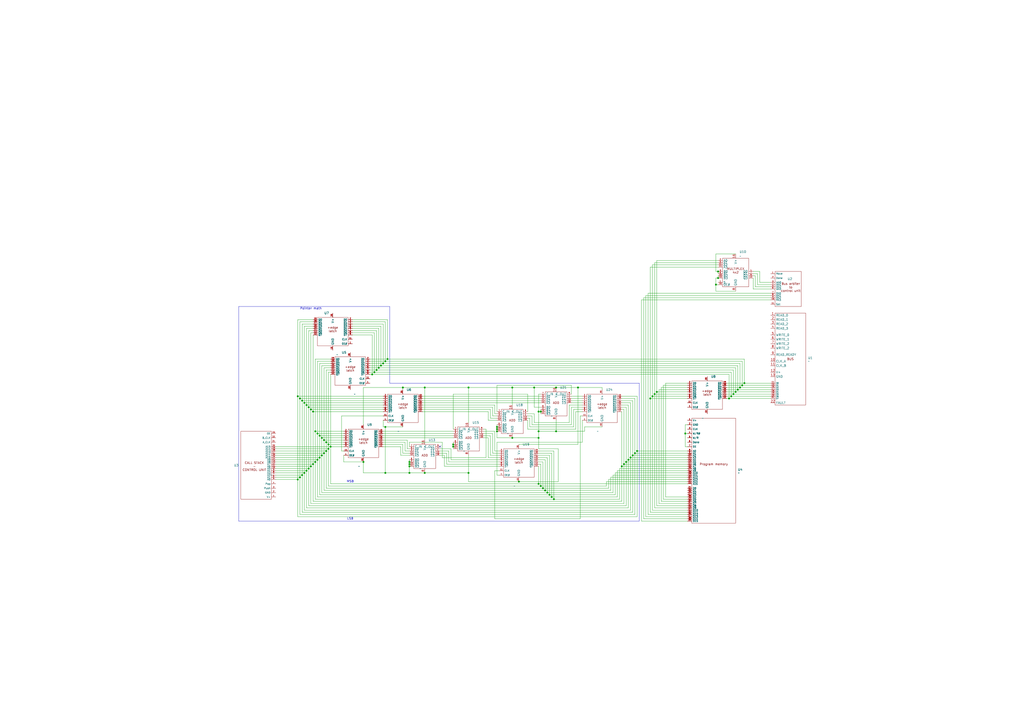
<source format=kicad_sch>
(kicad_sch (version 20231120) (generator "eeschema") (generator_version "8.0")
  (paper "A2")
  (lib_symbols
    (symbol "custom_symbol_lib:2x4_bit_multiplexer"
      (property "Reference" "U" (at 0 -1.27 0))
      (symbol "2x4_bit_multiplexer_0_1"
        (rectangle (start -7.62 8.89) (end 7.62 -7.62))
      )
      (symbol "2x4_bit_multiplexer_1_1"
        (text "MULTIPLEX\n4x2" (at 0 1.778 0) (effects (font (size 1.27 1.27))))
        (pin input line (at -10.16 -5.08 0) (length 2.54) (name "S") (number "1"))
        (pin input line (at -10.16 -1.27 0) (length 2.54) (name "B2") (number "10"))
        (pin input line (at -10.16 5.08 0) (length 2.54) (name "A2") (number "11"))
        (pin output line (at 10.16 -2.54 180) (length 2.54) (name "Q3") (number "12"))
        (pin input line (at -10.16 -2.54 0) (length 2.54) (name "B3") (number "13"))
        (pin input line (at -10.16 3.81 0) (length 2.54) (name "A3") (number "14"))
        (pin input line (at -10.16 -6.35 0) (length 2.54) (name "OE#") (number "15"))
        (pin power_in line (at 0 11.43 270) (length 2.54) (name "V+") (number "16"))
        (pin input line (at -10.16 7.62 0) (length 2.54) (name "A0") (number "2"))
        (pin input line (at -10.16 1.27 0) (length 2.54) (name "B0") (number "3"))
        (pin output line (at 10.16 1.27 180) (length 2.54) (name "Q0") (number "4"))
        (pin input line (at -10.16 6.35 0) (length 2.54) (name "A1") (number "5"))
        (pin input line (at -10.16 0 0) (length 2.54) (name "B1") (number "6"))
        (pin output line (at 10.16 0 180) (length 2.54) (name "Q1") (number "7"))
        (pin power_in line (at 0 -10.16 90) (length 2.54) (name "GND") (number "8"))
        (pin output line (at 10.16 -1.27 180) (length 2.54) (name "Q2") (number "9"))
      )
    )
    (symbol "custom_symbol_lib:4bit_adder"
      (property "Reference" "U" (at -2.794 4.064 0))
      (symbol "4bit_adder_0_1"
        (rectangle (start -8.89 12.7) (end 3.81 -1.27))
      )
      (symbol "4bit_adder_1_1"
        (text "ADD" (at -2.54 6.35 0) (effects (font (size 1.27 1.27))))
        (pin output line (at 6.35 8.89 180) (length 2.54) (name "Σ1") (number "1"))
        (pin output line (at 6.35 6.35 180) (length 2.54) (name "Σ3") (number "10"))
        (pin input line (at -11.43 0 0) (length 2.54) (name "B3") (number "11"))
        (pin input line (at -11.43 6.35 0) (length 2.54) (name "A3") (number "12"))
        (pin output line (at 6.35 7.62 180) (length 2.54) (name "Σ2") (number "13"))
        (pin input line (at -11.43 7.62 0) (length 2.54) (name "A2") (number "14"))
        (pin input line (at -11.43 1.27 0) (length 2.54) (name "B2") (number "15"))
        (pin power_in line (at -2.54 15.24 270) (length 2.54) (name "V+") (number "16"))
        (pin input line (at -11.43 2.54 0) (length 2.54) (name "B1") (number "2"))
        (pin input line (at -11.43 8.89 0) (length 2.54) (name "A1") (number "3"))
        (pin output line (at 6.35 10.16 180) (length 2.54) (name "Σ0") (number "4"))
        (pin input line (at -11.43 10.16 0) (length 2.54) (name "A0") (number "5"))
        (pin input line (at -11.43 3.81 0) (length 2.54) (name "B0") (number "6"))
        (pin input line (at -11.43 11.43 0) (length 2.54) (name "C_IN") (number "7"))
        (pin power_in line (at -2.54 -3.81 90) (length 2.54) (name "GND") (number "8"))
        (pin output line (at 6.35 11.43 180) (length 2.54) (name "C_OUT") (number "9"))
      )
    )
    (symbol "custom_symbol_lib:bus_arbiter_control_unit_connection"
      (property "Reference" "U" (at -1.016 4.572 0))
      (symbol "bus_arbiter_control_unit_connection_0_1"
        (rectangle (start -7.62 8.89) (end 7.62 -11.43))
      )
      (symbol "bus_arbiter_control_unit_connection_1_1"
        (text "Bus arbiter\nto\ncontrol unit" (at -1.524 -0.254 0) (effects (font (size 1.27 1.27))))
        (pin bidirectional line (at 10.16 7.62 180) (length 2.54) (name "Move") (number "1"))
        (pin bidirectional line (at 10.16 -7.62 180) (length 2.54) (name "RA3") (number "10"))
        (pin bidirectional line (at 10.16 -10.16 180) (length 2.54) (name "Set") (number "11"))
        (pin bidirectional line (at 10.16 5.08 180) (length 2.54) (name "Done") (number "2"))
        (pin bidirectional line (at 10.16 2.54 180) (length 2.54) (name "WA0") (number "3"))
        (pin bidirectional line (at 10.16 1.27 180) (length 2.54) (name "WA1") (number "4"))
        (pin bidirectional line (at 10.16 0 180) (length 2.54) (name "WA2") (number "5"))
        (pin bidirectional line (at 10.16 -1.27 180) (length 2.54) (name "WA3") (number "6"))
        (pin bidirectional line (at 10.16 -3.81 180) (length 2.54) (name "RA0") (number "7"))
        (pin bidirectional line (at 10.16 -5.08 180) (length 2.54) (name "RA1") (number "8"))
        (pin bidirectional line (at 10.16 -6.35 180) (length 2.54) (name "RA2") (number "9"))
      )
    )
    (symbol "custom_symbol_lib:bus_edge_connector"
      (property "Reference" "U" (at 0 -1.27 0))
      (symbol "bus_edge_connector_0_1"
        (rectangle (start -8.89 27.94) (end 8.89 -25.4))
      )
      (symbol "bus_edge_connector_1_1"
        (text "BUS" (at 0 1.27 0) (effects (font (size 1.27 1.27))))
        (pin bidirectional line (at -11.43 26.67 0) (length 2.54) (name "READ_0") (number "1"))
        (pin bidirectional line (at -11.43 0 0) (length 2.54) (name "CLK_A") (number "10"))
        (pin bidirectional line (at -11.43 -2.54 0) (length 2.54) (name "CLK_B") (number "11"))
        (pin power_out line (at -11.43 -6.35 0) (length 2.54) (name "V+") (number "12"))
        (pin power_out line (at -11.43 -8.89 0) (length 2.54) (name "GND") (number "13"))
        (pin bidirectional line (at -11.43 -12.7 0) (length 2.54) (name "D0") (number "14"))
        (pin bidirectional line (at -11.43 -13.97 0) (length 2.54) (name "D1") (number "15"))
        (pin bidirectional line (at -11.43 -15.24 0) (length 2.54) (name "D2") (number "16"))
        (pin bidirectional line (at -11.43 -16.51 0) (length 2.54) (name "D3") (number "17"))
        (pin bidirectional line (at -11.43 -17.78 0) (length 2.54) (name "D4") (number "18"))
        (pin bidirectional line (at -11.43 -19.05 0) (length 2.54) (name "D5") (number "19"))
        (pin bidirectional line (at -11.43 24.13 0) (length 2.54) (name "READ_1") (number "2"))
        (pin bidirectional line (at -11.43 -20.32 0) (length 2.54) (name "D6") (number "20"))
        (pin bidirectional line (at -11.43 -21.59 0) (length 2.54) (name "D7") (number "21"))
        (pin bidirectional line (at -11.43 -24.13 0) (length 2.54) (name "FAULT") (number "22"))
        (pin bidirectional line (at -11.43 21.59 0) (length 2.54) (name "READ_2") (number "3"))
        (pin bidirectional line (at -11.43 19.05 0) (length 2.54) (name "READ_3") (number "4"))
        (pin bidirectional line (at -11.43 15.24 0) (length 2.54) (name "WRITE_0") (number "5"))
        (pin bidirectional line (at -11.43 12.7 0) (length 2.54) (name "WRITE_1") (number "6"))
        (pin bidirectional line (at -11.43 10.16 0) (length 2.54) (name "WRITE_2") (number "7"))
        (pin bidirectional line (at -11.43 7.62 0) (length 2.54) (name "WRITE_2") (number "8"))
        (pin bidirectional line (at -11.43 3.81 0) (length 2.54) (name "READ_READY") (number "9"))
      )
    )
    (symbol "custom_symbol_lib:control_unit_to_call_stack"
      (property "Reference" "U" (at 1.016 -4.572 0))
      (symbol "control_unit_to_call_stack_0_1"
        (rectangle (start -8.89 19.05) (end 8.89 -20.32))
      )
      (symbol "control_unit_to_call_stack_1_1"
        (text "CALL STACK\n-\nCONTROL UNIT" (at 1.016 0 0) (effects (font (size 1.27 1.27))))
        (pin bidirectional line (at -11.43 17.78 0) (length 2.54) (name "V+") (number "1"))
        (pin bidirectional line (at -11.43 1.27 0) (length 2.54) (name "A5") (number "10"))
        (pin bidirectional line (at -11.43 0 0) (length 2.54) (name "A6") (number "11"))
        (pin bidirectional line (at -11.43 -1.27 0) (length 2.54) (name "A7") (number "12"))
        (pin bidirectional line (at -11.43 -2.54 0) (length 2.54) (name "A8") (number "13"))
        (pin bidirectional line (at -11.43 -3.81 0) (length 2.54) (name "A9") (number "14"))
        (pin bidirectional line (at -11.43 -5.08 0) (length 2.54) (name "A10") (number "15"))
        (pin bidirectional line (at -11.43 -6.35 0) (length 2.54) (name "A11") (number "16"))
        (pin bidirectional line (at -11.43 -7.62 0) (length 2.54) (name "A12") (number "17"))
        (pin bidirectional line (at -11.43 -8.89 0) (length 2.54) (name "A13") (number "18"))
        (pin bidirectional line (at -11.43 -10.16 0) (length 2.54) (name "A14") (number "19"))
        (pin bidirectional line (at -11.43 15.24 0) (length 2.54) (name "GND") (number "2"))
        (pin bidirectional line (at -11.43 -11.43 0) (length 2.54) (name "A15") (number "20"))
        (pin bidirectional line (at -11.43 -13.97 0) (length 2.54) (name "A_CLK") (number "21"))
        (pin bidirectional line (at -11.43 -16.51 0) (length 2.54) (name "B_CLK") (number "22"))
        (pin bidirectional line (at -11.43 -19.05 0) (length 2.54) (name "OE") (number "23"))
        (pin bidirectional line (at -11.43 12.7 0) (length 2.54) (name "Push") (number "3"))
        (pin bidirectional line (at -11.43 10.16 0) (length 2.54) (name "Pop") (number "4"))
        (pin bidirectional line (at -11.43 7.62 0) (length 2.54) (name "A0") (number "5"))
        (pin bidirectional line (at -11.43 6.35 0) (length 2.54) (name "A1") (number "6"))
        (pin bidirectional line (at -11.43 5.08 0) (length 2.54) (name "A2") (number "7"))
        (pin bidirectional line (at -11.43 3.81 0) (length 2.54) (name "A3") (number "8"))
        (pin bidirectional line (at -11.43 2.54 0) (length 2.54) (name "A4") (number "9"))
      )
    )
    (symbol "custom_symbol_lib:prog_mem_interface"
      (property "Reference" "U" (at 0 -3.556 0))
      (symbol "prog_mem_interface_0_1"
        (rectangle (start -12.7 30.48) (end 12.7 -30.48))
      )
      (symbol "prog_mem_interface_1_1"
        (text "Program memory" (at 0 3.81 0) (effects (font (size 1.27 1.27))))
        (pin bidirectional line (at -15.24 29.21 0) (length 2.54) (name "V+") (number "1"))
        (pin bidirectional line (at -15.24 8.89 0) (length 2.54) (name "A2") (number "10"))
        (pin bidirectional line (at -15.24 7.62 0) (length 2.54) (name "A3") (number "11"))
        (pin bidirectional line (at -15.24 6.35 0) (length 2.54) (name "A4") (number "12"))
        (pin bidirectional line (at -15.24 5.08 0) (length 2.54) (name "A5") (number "13"))
        (pin bidirectional line (at -15.24 3.81 0) (length 2.54) (name "A6") (number "14"))
        (pin bidirectional line (at -15.24 2.54 0) (length 2.54) (name "A7") (number "15"))
        (pin bidirectional line (at -15.24 1.27 0) (length 2.54) (name "A8") (number "16"))
        (pin bidirectional line (at -15.24 0 0) (length 2.54) (name "A9") (number "17"))
        (pin bidirectional line (at -15.24 -1.27 0) (length 2.54) (name "A10") (number "18"))
        (pin bidirectional line (at -15.24 -2.54 0) (length 2.54) (name "A11") (number "19"))
        (pin bidirectional line (at -15.24 26.67 0) (length 2.54) (name "GND") (number "2"))
        (pin bidirectional line (at -15.24 -3.81 0) (length 2.54) (name "A12") (number "20"))
        (pin bidirectional line (at -15.24 -5.08 0) (length 2.54) (name "A13") (number "21"))
        (pin bidirectional line (at -15.24 -6.35 0) (length 2.54) (name "A14") (number "22"))
        (pin bidirectional line (at -15.24 -7.62 0) (length 2.54) (name "A15") (number "23"))
        (pin bidirectional line (at -15.24 -10.16 0) (length 2.54) (name "D0") (number "24"))
        (pin bidirectional line (at -15.24 -11.43 0) (length 2.54) (name "D1") (number "25"))
        (pin bidirectional line (at -15.24 -12.7 0) (length 2.54) (name "D2") (number "26"))
        (pin bidirectional line (at -15.24 -13.97 0) (length 2.54) (name "D3") (number "27"))
        (pin bidirectional line (at -15.24 -15.24 0) (length 2.54) (name "D4") (number "28"))
        (pin bidirectional line (at -15.24 -16.51 0) (length 2.54) (name "D5") (number "29"))
        (pin bidirectional line (at -15.24 24.13 0) (length 2.54) (name "CLK") (number "3"))
        (pin bidirectional line (at -15.24 -17.78 0) (length 2.54) (name "D6") (number "30"))
        (pin bidirectional line (at -15.24 -19.05 0) (length 2.54) (name "D7") (number "31"))
        (pin bidirectional line (at -15.24 -20.32 0) (length 2.54) (name "D8") (number "32"))
        (pin bidirectional line (at -15.24 -21.59 0) (length 2.54) (name "D9") (number "33"))
        (pin bidirectional line (at -15.24 -22.86 0) (length 2.54) (name "D10") (number "34"))
        (pin bidirectional line (at -15.24 -24.13 0) (length 2.54) (name "D11") (number "35"))
        (pin bidirectional line (at -15.24 -25.4 0) (length 2.54) (name "D12") (number "36"))
        (pin bidirectional line (at -15.24 -26.67 0) (length 2.54) (name "D13") (number "37"))
        (pin bidirectional line (at -15.24 -27.94 0) (length 2.54) (name "D14") (number "38"))
        (pin bidirectional line (at -15.24 -29.21 0) (length 2.54) (name "D15") (number "39"))
        (pin bidirectional line (at -15.24 21.59 0) (length 2.54) (name "W/R#") (number "4"))
        (pin bidirectional line (at -15.24 19.05 0) (length 2.54) (name "W/R") (number "5"))
        (pin bidirectional line (at -15.24 16.51 0) (length 2.54) (name "Done") (number "6"))
        (pin bidirectional line (at -15.24 13.97 0) (length 2.54) (name "OE") (number "7"))
        (pin bidirectional line (at -15.24 11.43 0) (length 2.54) (name "A0") (number "8"))
        (pin bidirectional line (at -15.24 10.16 0) (length 2.54) (name "A1") (number "9"))
      )
    )
    (symbol "custom_symbol_lib:rising_edge_8_bit_latch"
      (property "Reference" "U" (at 0 -1.016 0))
      (symbol "rising_edge_8_bit_latch_0_1"
        (rectangle (start -8.89 8.89) (end 8.89 -7.62))
      )
      (symbol "rising_edge_8_bit_latch_1_1"
        (text "+edge\nlatch" (at 0 2.032 0) (effects (font (size 1.27 1.27))))
        (pin input line (at -11.43 -6.35 0) (length 2.54) (name "OE#") (number "1"))
        (pin power_in line (at 0 -10.16 90) (length 2.54) (name "GND") (number "10"))
        (pin input line (at -11.43 -3.81 0) (length 2.54) (name "CLK") (number "11"))
        (pin output line (at 11.43 -1.27 180) (length 2.54) (name "Q7") (number "12"))
        (pin output line (at 11.43 0 180) (length 2.54) (name "Q6") (number "13"))
        (pin output line (at 11.43 1.27 180) (length 2.54) (name "Q5") (number "14"))
        (pin output line (at 11.43 2.54 180) (length 2.54) (name "Q4") (number "15"))
        (pin output line (at 11.43 3.81 180) (length 2.54) (name "Q3") (number "16"))
        (pin output line (at 11.43 5.08 180) (length 2.54) (name "Q2") (number "17"))
        (pin output line (at 11.43 6.35 180) (length 2.54) (name "Q1") (number "18"))
        (pin output line (at 11.43 7.62 180) (length 2.54) (name "Q0") (number "19"))
        (pin input line (at -11.43 7.62 0) (length 2.54) (name "D0") (number "2"))
        (pin power_in line (at 0 11.43 270) (length 2.54) (name "V+") (number "20"))
        (pin input line (at -11.43 6.35 0) (length 2.54) (name "D1") (number "3"))
        (pin input line (at -11.43 5.08 0) (length 2.54) (name "D2") (number "4"))
        (pin input line (at -11.43 3.81 0) (length 2.54) (name "D3") (number "5"))
        (pin input line (at -11.43 2.54 0) (length 2.54) (name "D4") (number "6"))
        (pin input line (at -11.43 1.27 0) (length 2.54) (name "D5") (number "7"))
        (pin input line (at -11.43 0 0) (length 2.54) (name "D6") (number "8"))
        (pin input line (at -11.43 -1.27 0) (length 2.54) (name "D7") (number "9"))
      )
    )
  )
  (junction (at 426.72 227.33))
  (junction (at 172.72 229.87))
  (junction (at 177.8 273.05))
  (junction (at 297.18 224.79))
  (junction (at 314.96 283.21))
  (junction (at 176.53 274.32))
  (junction (at 422.91 231.14))
  (junction (at 313.69 238.76))
  (junction (at 271.78 274.32))
  (junction (at 416.56 161.29))
  (junction (at 233.68 224.79))
  (junction (at 300.99 279.4))
  (junction (at 368.3 262.89))
  (junction (at 430.53 223.52))
  (junction (at 186.69 254))
  (junction (at 262.89 259.08))
  (junction (at 369.57 261.62))
  (junction (at 176.53 233.68))
  (junction (at 363.22 267.97))
  (junction (at 189.23 256.54))
  (junction (at 190.5 260.35))
  (junction (at 312.42 254))
  (junction (at 335.28 224.79))
  (junction (at 210.82 267.97))
  (junction (at 365.76 265.43))
  (junction (at 189.23 261.62))
  (junction (at 318.77 287.02))
  (junction (at 424.18 229.87))
  (junction (at 312.42 238.76))
  (junction (at 185.42 252.73))
  (junction (at 262.89 257.81))
  (junction (at 187.96 262.89))
  (junction (at 377.19 231.14))
  (junction (at 288.29 248.92))
  (junction (at 180.34 237.49))
  (junction (at 309.88 224.79))
  (junction (at 175.26 232.41))
  (junction (at 191.77 259.08))
  (junction (at 237.49 267.97))
  (junction (at 215.9 217.17))
  (junction (at 297.18 254))
  (junction (at 179.07 236.22))
  (junction (at 320.04 288.29))
  (junction (at 425.45 228.6))
  (junction (at 237.49 269.24))
  (junction (at 397.51 251.46))
  (junction (at 427.99 226.06))
  (junction (at 415.29 165.1))
  (junction (at 180.34 270.51))
  (junction (at 288.29 250.19))
  (junction (at 223.52 247.65))
  (junction (at 181.61 238.76))
  (junction (at 313.69 281.94))
  (junction (at 218.44 214.63))
  (junction (at 187.96 255.27))
  (junction (at 179.07 271.78))
  (junction (at 429.26 224.79))
  (junction (at 220.98 212.09))
  (junction (at 175.26 275.59))
  (junction (at 182.88 250.19))
  (junction (at 378.46 229.87))
  (junction (at 237.49 270.51))
  (junction (at 364.49 266.7))
  (junction (at 317.5 285.75))
  (junction (at 185.42 265.43))
  (junction (at 184.15 266.7))
  (junction (at 316.23 284.48))
  (junction (at 246.38 274.32))
  (junction (at 312.42 280.67))
  (junction (at 177.8 234.95))
  (junction (at 219.71 213.36))
  (junction (at 322.58 224.79))
  (junction (at 190.5 257.81))
  (junction (at 321.31 289.56))
  (junction (at 184.15 251.46))
  (junction (at 173.99 231.14))
  (junction (at 182.88 267.97))
  (junction (at 431.8 222.25))
  (junction (at 173.99 276.86))
  (junction (at 381 227.33))
  (junction (at 172.72 278.13))
  (junction (at 223.52 209.55))
  (junction (at 379.73 228.6))
  (junction (at 223.52 274.32))
  (junction (at 222.25 210.82))
  (junction (at 322.58 250.19))
  (junction (at 361.95 269.24))
  (junction (at 367.03 264.16))
  (junction (at 271.78 224.79))
  (junction (at 217.17 215.9))
  (junction (at 416.56 157.48))
  (junction (at 237.49 274.32))
  (junction (at 288.29 247.65))
  (junction (at 360.68 270.51))
  (junction (at 181.61 269.24))
  (junction (at 312.42 250.19))
  (junction (at 246.38 224.79))
  (junction (at 186.69 264.16))
  (junction (at 224.79 208.28))
  (no_connect (at 255.27 259.08))
  (wire (pts (xy 377.19 297.18) (xy 398.78 297.18)))
  (wire (pts (xy 398.78 293.37) (xy 381 293.37)))
  (wire (pts (xy 215.9 217.17) (xy 422.91 217.17)))
  (wire (pts (xy 384.81 289.56) (xy 398.78 289.56)))
  (wire (pts (xy 285.75 251.46) (xy 285.75 262.89)))
  (polyline (pts (xy 226.06 222.25) (xy 226.06 177.8)))
  (wire (pts (xy 215.9 194.31) (xy 215.9 217.17)))
  (wire (pts (xy 398.78 278.13) (xy 353.06 278.13)))
  (wire (pts (xy 180.34 270.51) (xy 180.34 292.1)))
  (wire (pts (xy 184.15 251.46) (xy 199.39 251.46)))
  (wire (pts (xy 160.02 273.05) (xy 177.8 273.05)))
  (wire (pts (xy 421.64 228.6) (xy 425.45 228.6)))
  (wire (pts (xy 172.72 278.13) (xy 172.72 299.72)))
  (wire (pts (xy 374.65 299.72) (xy 398.78 299.72)))
  (wire (pts (xy 182.88 289.56) (xy 321.31 289.56)))
  (wire (pts (xy 334.01 238.76) (xy 337.82 238.76)))
  (wire (pts (xy 288.29 247.65) (xy 288.29 248.92)))
  (wire (pts (xy 222.25 236.22) (xy 179.07 236.22)))
  (wire (pts (xy 398.78 295.91) (xy 378.46 295.91)))
  (wire (pts (xy 439.42 158.75) (xy 439.42 165.1)))
  (wire (pts (xy 351.79 281.94) (xy 313.69 281.94)))
  (wire (pts (xy 297.18 254) (xy 312.42 254)))
  (wire (pts (xy 185.42 210.82) (xy 185.42 252.73)))
  (wire (pts (xy 422.91 231.14) (xy 447.04 231.14)))
  (wire (pts (xy 309.88 245.11) (xy 330.2 245.11)))
  (wire (pts (xy 397.51 251.46) (xy 397.51 259.08)))
  (wire (pts (xy 382.27 292.1) (xy 398.78 292.1)))
  (wire (pts (xy 182.88 289.56) (xy 182.88 267.97)))
  (wire (pts (xy 160.02 269.24) (xy 181.61 269.24)))
  (wire (pts (xy 312.42 264.16) (xy 318.77 264.16)))
  (wire (pts (xy 175.26 187.96) (xy 175.26 232.41)))
  (wire (pts (xy 421.64 222.25) (xy 431.8 222.25)))
  (wire (pts (xy 160.02 274.32) (xy 176.53 274.32)))
  (wire (pts (xy 426.72 213.36) (xy 426.72 227.33)))
  (wire (pts (xy 176.53 233.68) (xy 176.53 274.32)))
  (wire (pts (xy 180.34 237.49) (xy 222.25 237.49)))
  (wire (pts (xy 316.23 266.7) (xy 316.23 284.48)))
  (wire (pts (xy 214.63 209.55) (xy 223.52 209.55)))
  (wire (pts (xy 421.64 231.14) (xy 422.91 231.14)))
  (wire (pts (xy 374.65 171.45) (xy 447.04 171.45)))
  (wire (pts (xy 191.77 208.28) (xy 182.88 208.28)))
  (wire (pts (xy 285.75 262.89) (xy 289.56 262.89)))
  (wire (pts (xy 330.2 245.11) (xy 330.2 234.95)))
  (wire (pts (xy 284.48 242.57) (xy 284.48 237.49)))
  (wire (pts (xy 377.19 154.94) (xy 377.19 231.14)))
  (wire (pts (xy 360.68 237.49) (xy 361.95 237.49)))
  (wire (pts (xy 416.56 157.48) (xy 416.56 158.75)))
  (wire (pts (xy 288.29 256.54) (xy 288.29 275.59)))
  (wire (pts (xy 204.47 189.23) (xy 220.98 189.23)))
  (wire (pts (xy 369.57 261.62) (xy 369.57 299.72)))
  (wire (pts (xy 365.76 233.68) (xy 365.76 265.43)))
  (wire (pts (xy 181.61 194.31) (xy 181.61 238.76)))
  (wire (pts (xy 180.34 193.04) (xy 181.61 193.04)))
  (wire (pts (xy 232.41 259.08) (xy 222.25 259.08)))
  (wire (pts (xy 204.47 194.31) (xy 215.9 194.31)))
  (wire (pts (xy 217.17 215.9) (xy 214.63 215.9)))
  (wire (pts (xy 306.07 248.92) (xy 334.01 248.92)))
  (wire (pts (xy 180.34 193.04) (xy 180.34 237.49)))
  (wire (pts (xy 363.22 267.97) (xy 398.78 267.97)))
  (wire (pts (xy 222.25 210.82) (xy 429.26 210.82)))
  (wire (pts (xy 360.68 270.51) (xy 398.78 270.51)))
  (wire (pts (xy 289.56 267.97) (xy 260.35 267.97)))
  (wire (pts (xy 237.49 270.51) (xy 237.49 274.32)))
  (wire (pts (xy 191.77 213.36) (xy 187.96 213.36)))
  (wire (pts (xy 386.08 222.25) (xy 398.78 222.25)))
  (wire (pts (xy 185.42 252.73) (xy 199.39 252.73)))
  (wire (pts (xy 185.42 287.02) (xy 185.42 265.43)))
  (wire (pts (xy 306.07 242.57) (xy 307.34 242.57)))
  (wire (pts (xy 280.67 248.92) (xy 281.94 248.92)))
  (wire (pts (xy 429.26 224.79) (xy 447.04 224.79)))
  (wire (pts (xy 237.49 256.54) (xy 237.49 259.08)))
  (wire (pts (xy 379.73 152.4) (xy 416.56 152.4)))
  (wire (pts (xy 379.73 152.4) (xy 379.73 228.6)))
  (wire (pts (xy 218.44 214.63) (xy 425.45 214.63)))
  (wire (pts (xy 234.95 261.62) (xy 237.49 261.62)))
  (wire (pts (xy 363.22 236.22) (xy 363.22 267.97)))
  (wire (pts (xy 438.15 166.37) (xy 438.15 160.02)))
  (wire (pts (xy 355.6 285.75) (xy 317.5 285.75)))
  (wire (pts (xy 288.29 250.19) (xy 288.29 254)))
  (wire (pts (xy 233.68 224.79) (xy 233.68 226.06)))
  (wire (pts (xy 287.02 261.62) (xy 287.02 250.19)))
  (wire (pts (xy 359.41 289.56) (xy 321.31 289.56)))
  (wire (pts (xy 262.89 257.81) (xy 262.89 259.08)))
  (wire (pts (xy 375.92 170.18) (xy 375.92 298.45)))
  (wire (pts (xy 386.08 288.29) (xy 386.08 222.25)))
  (wire (pts (xy 312.42 270.51) (xy 312.42 280.67)))
  (wire (pts (xy 358.14 273.05) (xy 358.14 288.29)))
  (wire (pts (xy 331.47 246.38) (xy 308.61 246.38)))
  (wire (pts (xy 237.49 256.54) (xy 256.54 256.54)))
  (wire (pts (xy 181.61 269.24) (xy 181.61 290.83)))
  (wire (pts (xy 312.42 269.24) (xy 313.69 269.24)))
  (wire (pts (xy 287.02 300.99) (xy 287.02 273.05)))
  (wire (pts (xy 309.88 224.79) (xy 297.18 224.79)))
  (wire (pts (xy 440.69 157.48) (xy 436.88 157.48)))
  (wire (pts (xy 261.62 266.7) (xy 289.56 266.7)))
  (wire (pts (xy 397.51 251.46) (xy 397.51 246.38)))
  (wire (pts (xy 415.29 168.91) (xy 426.72 168.91)))
  (wire (pts (xy 283.21 238.76) (xy 283.21 243.84)))
  (wire (pts (xy 427.99 226.06) (xy 447.04 226.06)))
  (wire (pts (xy 175.26 297.18) (xy 367.03 297.18)))
  (wire (pts (xy 431.8 222.25) (xy 431.8 208.28)))
  (wire (pts (xy 360.68 236.22) (xy 363.22 236.22)))
  (wire (pts (xy 271.78 224.79) (xy 246.38 224.79)))
  (wire (pts (xy 160.02 265.43) (xy 185.42 265.43)))
  (wire (pts (xy 190.5 215.9) (xy 190.5 257.81)))
  (wire (pts (xy 330.2 234.95) (xy 337.82 234.95)))
  (wire (pts (xy 204.47 191.77) (xy 218.44 191.77)))
  (wire (pts (xy 353.06 278.13) (xy 353.06 283.21)))
  (wire (pts (xy 210.82 274.32) (xy 210.82 267.97)))
  (wire (pts (xy 191.77 259.08) (xy 199.39 259.08)))
  (wire (pts (xy 313.69 228.6) (xy 312.42 228.6)))
  (wire (pts (xy 255.27 262.89) (xy 259.08 262.89)))
  (wire (pts (xy 382.27 226.06) (xy 382.27 292.1)))
  (wire (pts (xy 222.25 210.82) (xy 222.25 187.96)))
  (wire (pts (xy 349.25 226.06) (xy 349.25 224.79)))
  (wire (pts (xy 185.42 287.02) (xy 318.77 287.02)))
  (wire (pts (xy 237.49 274.32) (xy 223.52 274.32)))
  (wire (pts (xy 179.07 191.77) (xy 179.07 236.22)))
  (wire (pts (xy 312.42 260.35) (xy 323.85 260.35)))
  (wire (pts (xy 337.82 241.3) (xy 336.55 241.3)))
  (wire (pts (xy 416.56 153.67) (xy 378.46 153.67)))
  (wire (pts (xy 185.42 252.73) (xy 185.42 265.43)))
  (wire (pts (xy 214.63 217.17) (xy 215.9 217.17)))
  (wire (pts (xy 306.07 228.6) (xy 306.07 238.76)))
  (wire (pts (xy 331.47 236.22) (xy 331.47 246.38)))
  (wire (pts (xy 377.19 154.94) (xy 416.56 154.94)))
  (wire (pts (xy 421.64 226.06) (xy 427.99 226.06)))
  (wire (pts (xy 210.82 224.79) (xy 210.82 246.38)))
  (wire (pts (xy 237.49 266.7) (xy 237.49 267.97)))
  (wire (pts (xy 189.23 283.21) (xy 314.96 283.21)))
  (wire (pts (xy 369.57 229.87) (xy 369.57 261.62)))
  (wire (pts (xy 334.01 248.92) (xy 334.01 238.76)))
  (wire (pts (xy 398.78 288.29) (xy 386.08 288.29)))
  (wire (pts (xy 312.42 280.67) (xy 398.78 280.67)))
  (wire (pts (xy 186.69 264.16) (xy 186.69 254)))
  (wire (pts (xy 369.57 261.62) (xy 398.78 261.62)))
  (wire (pts (xy 289.56 270.51) (xy 257.81 270.51)))
  (wire (pts (xy 182.88 208.28) (xy 182.88 250.19)))
  (wire (pts (xy 186.69 212.09) (xy 186.69 254)))
  (wire (pts (xy 281.94 248.92) (xy 281.94 265.43)))
  (wire (pts (xy 354.33 284.48) (xy 316.23 284.48)))
  (wire (pts (xy 182.88 250.19) (xy 199.39 250.19)))
  (wire (pts (xy 223.52 247.65) (xy 223.52 274.32)))
  (wire (pts (xy 312.42 254) (xy 312.42 260.35)))
  (wire (pts (xy 323.85 279.4) (xy 323.85 260.35)))
  (wire (pts (xy 398.78 302.26) (xy 372.11 302.26)))
  (wire (pts (xy 271.78 224.79) (xy 271.78 245.11)))
  (polyline (pts (xy 138.43 177.8) (xy 226.06 177.8)))
  (wire (pts (xy 222.25 257.81) (xy 233.68 257.81)))
  (wire (pts (xy 424.18 229.87) (xy 447.04 229.87)))
  (polyline (pts (xy 138.43 177.8) (xy 138.43 302.26)))
  (wire (pts (xy 190.5 257.81) (xy 199.39 257.81)))
  (wire (pts (xy 332.74 237.49) (xy 337.82 237.49)))
  (wire (pts (xy 425.45 214.63) (xy 425.45 228.6)))
  (wire (pts (xy 384.81 223.52) (xy 384.81 289.56)))
  (wire (pts (xy 160.02 262.89) (xy 187.96 262.89)))
  (wire (pts (xy 337.82 256.54) (xy 288.29 256.54)))
  (wire (pts (xy 224.79 185.42) (xy 204.47 185.42)))
  (wire (pts (xy 219.71 190.5) (xy 204.47 190.5)))
  (wire (pts (xy 179.07 236.22) (xy 179.07 271.78)))
  (wire (pts (xy 233.68 224.79) (xy 246.38 224.79)))
  (wire (pts (xy 190.5 281.94) (xy 190.5 260.35)))
  (wire (pts (xy 397.51 259.08) (xy 398.78 259.08)))
  (wire (pts (xy 187.96 284.48) (xy 187.96 262.89)))
  (wire (pts (xy 379.73 294.64) (xy 398.78 294.64)))
  (wire (pts (xy 427.99 212.09) (xy 427.99 226.06)))
  (wire (pts (xy 368.3 262.89) (xy 398.78 262.89)))
  (wire (pts (xy 160.02 275.59) (xy 175.26 275.59)))
  (wire (pts (xy 364.49 234.95) (xy 364.49 266.7)))
  (wire (pts (xy 246.38 224.79) (xy 246.38 255.27)))
  (polyline (pts (xy 370.84 302.26) (xy 370.84 222.25)))
  (wire (pts (xy 223.52 209.55) (xy 430.53 209.55)))
  (wire (pts (xy 372.11 173.99) (xy 372.11 302.26)))
  (wire (pts (xy 360.68 270.51) (xy 360.68 290.83)))
  (wire (pts (xy 398.78 228.6) (xy 379.73 228.6)))
  (wire (pts (xy 191.77 217.17) (xy 191.77 259.08)))
  (wire (pts (xy 416.56 161.29) (xy 415.29 161.29)))
  (wire (pts (xy 246.38 274.32) (xy 271.78 274.32)))
  (wire (pts (xy 321.31 261.62) (xy 321.31 289.56)))
  (wire (pts (xy 245.11 232.41) (xy 313.69 232.41)))
  (wire (pts (xy 312.42 265.43) (xy 317.5 265.43)))
  (wire (pts (xy 222.25 251.46) (xy 262.89 251.46)))
  (wire (pts (xy 379.73 228.6) (xy 379.73 294.64)))
  (wire (pts (xy 332.74 247.65) (xy 332.74 237.49)))
  (wire (pts (xy 287.02 240.03) (xy 287.02 234.95)))
  (wire (pts (xy 375.92 298.45) (xy 398.78 298.45)))
  (wire (pts (xy 177.8 234.95) (xy 222.25 234.95)))
  (wire (pts (xy 308.61 241.3) (xy 306.07 241.3)))
  (wire (pts (xy 431.8 222.25) (xy 447.04 222.25)))
  (wire (pts (xy 172.72 229.87) (xy 222.25 229.87)))
  (wire (pts (xy 204.47 186.69) (xy 223.52 186.69)))
  (wire (pts (xy 383.54 290.83) (xy 383.54 224.79)))
  (wire (pts (xy 191.77 210.82) (xy 185.42 210.82)))
  (wire (pts (xy 160.02 271.78) (xy 179.07 271.78)))
  (wire (pts (xy 353.06 283.21) (xy 314.96 283.21)))
  (wire (pts (xy 187.96 213.36) (xy 187.96 255.27)))
  (wire (pts (xy 271.78 264.16) (xy 271.78 274.32)))
  (wire (pts (xy 421.64 227.33) (xy 426.72 227.33)))
  (wire (pts (xy 262.89 259.08) (xy 262.89 260.35)))
  (wire (pts (xy 257.81 270.51) (xy 257.81 264.16)))
  (wire (pts (xy 189.23 256.54) (xy 199.39 256.54)))
  (wire (pts (xy 288.29 246.38) (xy 288.29 247.65)))
  (wire (pts (xy 271.78 279.4) (xy 300.99 279.4)))
  (wire (pts (xy 447.04 163.83) (xy 440.69 163.83)))
  (wire (pts (xy 355.6 275.59) (xy 355.6 285.75)))
  (wire (pts (xy 378.46 153.67) (xy 378.46 229.87)))
  (wire (pts (xy 426.72 227.33) (xy 447.04 227.33)))
  (wire (pts (xy 331.47 231.14) (xy 337.82 231.14)))
  (wire (pts (xy 190.5 260.35) (xy 190.5 257.81)))
  (wire (pts (xy 415.29 147.32) (xy 426.72 147.32)))
  (wire (pts (xy 219.71 213.36) (xy 214.63 213.36)))
  (polyline (pts (xy 138.43 302.26) (xy 370.84 302.26)))
  (wire (pts (xy 426.72 213.36) (xy 219.71 213.36)))
  (wire (pts (xy 307.34 242.57) (xy 307.34 247.65)))
  (wire (pts (xy 284.48 252.73) (xy 284.48 264.16)))
  (wire (pts (xy 176.53 233.68) (xy 222.25 233.68)))
  (wire (pts (xy 374.65 171.45) (xy 374.65 299.72)))
  (wire (pts (xy 261.62 260.35) (xy 261.62 266.7)))
  (wire (pts (xy 287.02 273.05) (xy 289.56 273.05)))
  (wire (pts (xy 222.25 210.82) (xy 214.63 210.82)))
  (wire (pts (xy 173.99 186.69) (xy 173.99 231.14)))
  (wire (pts (xy 331.47 223.52) (xy 331.47 228.6)))
  (wire (pts (xy 313.69 269.24) (xy 313.69 281.94)))
  (wire (pts (xy 184.15 288.29) (xy 184.15 266.7)))
  (wire (pts (xy 175.26 232.41) (xy 222.25 232.41)))
  (wire (pts (xy 222.25 187.96) (xy 204.47 187.96)))
  (wire (pts (xy 337.82 243.84) (xy 337.82 256.54)))
  (wire (pts (xy 317.5 265.43) (xy 317.5 285.75)))
  (wire (pts (xy 381 227.33) (xy 398.78 227.33)))
  (wire (pts (xy 331.47 229.87) (xy 337.82 229.87)))
  (wire (pts (xy 175.26 232.41) (xy 175.26 275.59)))
  (wire (pts (xy 383.54 224.79) (xy 398.78 224.79)))
  (wire (pts (xy 198.12 241.3) (xy 198.12 261.62)))
  (wire (pts (xy 287.02 261.62) (xy 289.56 261.62)))
  (wire (pts (xy 173.99 231.14) (xy 173.99 276.86)))
  (wire (pts (xy 160.02 276.86) (xy 173.99 276.86)))
  (wire (pts (xy 378.46 229.87) (xy 398.78 229.87)))
  (wire (pts (xy 288.29 275.59) (xy 289.56 275.59)))
  (wire (pts (xy 236.22 260.35) (xy 236.22 255.27)))
  (wire (pts (xy 439.42 165.1) (xy 447.04 165.1)))
  (wire (pts (xy 224.79 208.28) (xy 214.63 208.28)))
  (wire (pts (xy 398.78 251.46) (xy 397.51 251.46)))
  (wire (pts (xy 186.69 254) (xy 199.39 254)))
  (wire (pts (xy 381 293.37) (xy 381 227.33)))
  (wire (pts (xy 219.71 213.36) (xy 219.71 190.5)))
  (wire (pts (xy 160.02 259.08) (xy 191.77 259.08)))
  (wire (pts (xy 331.47 223.52) (xy 288.29 223.52)))
  (wire (pts (xy 177.8 273.05) (xy 177.8 294.64)))
  (wire (pts (xy 187.96 255.27) (xy 199.39 255.27)))
  (wire (pts (xy 288.29 240.03) (xy 287.02 240.03)))
  (wire (pts (xy 356.87 287.02) (xy 318.77 287.02)))
  (wire (pts (xy 415.29 161.29) (xy 415.29 165.1)))
  (wire (pts (xy 312.42 262.89) (xy 320.04 262.89)))
  (wire (pts (xy 176.53 274.32) (xy 176.53 295.91)))
  (wire (pts (xy 398.78 273.05) (xy 358.14 273.05)))
  (wire (pts (xy 232.41 264.16) (xy 237.49 264.16)))
  (wire (pts (xy 177.8 234.95) (xy 177.8 273.05)))
  (wire (pts (xy 180.34 237.49) (xy 180.34 270.51)))
  (wire (pts (xy 222.25 238.76) (xy 181.61 238.76)))
  (wire (pts (xy 214.63 212.09) (xy 220.98 212.09)))
  (wire (pts (xy 288.29 254) (xy 297.18 254)))
  (wire (pts (xy 415.29 165.1) (xy 415.29 168.91)))
  (wire (pts (xy 309.88 240.03) (xy 309.88 245.11)))
  (wire (pts (xy 351.79 279.4) (xy 398.78 279.4)))
  (wire (pts (xy 351.79 281.94) (xy 351.79 279.4)))
  (wire (pts (xy 186.69 285.75) (xy 186.69 264.16)))
  (wire (pts (xy 189.23 283.21) (xy 189.23 261.62)))
  (wire (pts (xy 398.78 231.14) (xy 377.19 231.14)))
  (wire (pts (xy 237.49 267.97) (xy 237.49 269.24)))
  (wire (pts (xy 220.98 212.09) (xy 427.99 212.09)))
  (wire (pts (xy 260.35 267.97) (xy 260.35 261.62)))
  (wire (pts (xy 359.41 289.56) (xy 359.41 271.78)))
  (wire (pts (xy 335.28 224.79) (xy 349.25 224.79)))
  (wire (pts (xy 322.58 243.84) (xy 322.58 250.19)))
  (wire (pts (xy 360.68 234.95) (xy 364.49 234.95)))
  (wire (pts (xy 255.27 260.35) (xy 261.62 260.35)))
  (wire (pts (xy 312.42 250.19) (xy 312.42 254)))
  (wire (pts (xy 300.99 257.81) (xy 335.28 257.81)))
  (wire (pts (xy 312.42 228.6) (xy 312.42 238.76)))
  (wire (pts (xy 415.29 157.48) (xy 415.29 147.32)))
  (wire (pts (xy 336.55 241.3) (xy 336.55 300.99)))
  (wire (pts (xy 367.03 264.16) (xy 367.03 297.18)))
  (wire (pts (xy 182.88 267.97) (xy 182.88 250.19)))
  (wire (pts (xy 172.72 185.42) (xy 181.61 185.42)))
  (wire (pts (xy 233.68 262.89) (xy 233.68 257.81)))
  (wire (pts (xy 447.04 172.72) (xy 373.38 172.72)))
  (wire (pts (xy 447.04 166.37) (xy 438.15 166.37)))
  (wire (pts (xy 308.61 246.38) (xy 308.61 241.3)))
  (wire (pts (xy 189.23 256.54) (xy 189.23 214.63)))
  (wire (pts (xy 322.58 224.79) (xy 309.88 224.79)))
  (wire (pts (xy 222.25 243.84) (xy 222.25 247.65)))
  (wire (pts (xy 237.49 269.24) (xy 237.49 270.51)))
  (wire (pts (xy 336.55 300.99) (xy 287.02 300.99)))
  (wire (pts (xy 246.38 274.32) (xy 237.49 274.32)))
  (wire (pts (xy 285.75 236.22) (xy 285.75 241.3)))
  (wire (pts (xy 364.49 266.7) (xy 364.49 294.64)))
  (wire (pts (xy 184.15 266.7) (xy 184.15 251.46)))
  (wire (pts (xy 430.53 209.55) (xy 430.53 223.52)))
  (wire (pts (xy 297.18 224.79) (xy 271.78 224.79)))
  (wire (pts (xy 222.25 255.27) (xy 236.22 255.27)))
  (wire (pts (xy 271.78 274.32) (xy 271.78 279.4)))
  (wire (pts (xy 175.26 275.59) (xy 175.26 297.18)))
  (wire (pts (xy 245.11 236.22) (xy 285.75 236.22)))
  (wire (pts (xy 288.29 223.52) (xy 288.29 238.76)))
  (wire (pts (xy 318.77 264.16) (xy 318.77 287.02)))
  (wire (pts (xy 378.46 295.91) (xy 378.46 229.87)))
  (wire (pts (xy 367.03 232.41) (xy 367.03 264.16)))
  (wire (pts (xy 280.67 254) (xy 283.21 254)))
  (wire (pts (xy 313.69 238.76) (xy 313.69 240.03)))
  (wire (pts (xy 398.78 275.59) (xy 355.6 275.59)))
  (wire (pts (xy 184.15 251.46) (xy 184.15 209.55)))
  (wire (pts (xy 160.02 261.62) (xy 189.23 261.62)))
  (wire (pts (xy 361.95 269.24) (xy 398.78 269.24)))
  (wire (pts (xy 368.3 262.89) (xy 368.3 298.45)))
  (wire (pts (xy 245.11 238.76) (xy 283.21 238.76)))
  (wire (pts (xy 245.11 233.68) (xy 313.69 233.68)))
  (wire (pts (xy 309.88 236.22) (xy 309.88 224.79)))
  (wire (pts (xy 233.68 224.79) (xy 210.82 224.79)))
  (wire (pts (xy 335.28 224.79) (xy 322.58 224.79)))
  (wire (pts (xy 175.26 187.96) (xy 181.61 187.96)))
  (wire (pts (xy 360.68 233.68) (xy 365.76 233.68)))
  (wire (pts (xy 372.11 173.99) (xy 447.04 173.99)))
  (wire (pts (xy 436.88 161.29) (xy 436.88 167.64)))
  (wire (pts (xy 398.78 226.06) (xy 382.27 226.06)))
  (wire (pts (xy 312.42 250.19) (xy 322.58 250.19)))
  (wire (pts (xy 300.99 279.4) (xy 323.85 279.4)))
  (wire (pts (xy 214.63 214.63) (xy 218.44 214.63)))
  (wire (pts (xy 360.68 229.87) (xy 369.57 229.87)))
  (wire (pts (xy 160.02 266.7) (xy 184.15 266.7)))
  (polyline (pts (xy 226.06 222.25) (xy 370.84 222.25)))
  (wire (pts (xy 198.12 261.62) (xy 199.39 261.62)))
  (wire (pts (xy 358.14 288.29) (xy 320.04 288.29)))
  (wire (pts (xy 331.47 232.41) (xy 337.82 232.41)))
  (wire (pts (xy 220.98 189.23) (xy 220.98 212.09)))
  (wire (pts (xy 367.03 264.16) (xy 398.78 264.16)))
  (wire (pts (xy 191.77 259.08) (xy 191.77 280.67)))
  (wire (pts (xy 184.15 209.55) (xy 191.77 209.55)))
  (wire (pts (xy 222.25 256.54) (xy 234.95 256.54)))
  (wire (pts (xy 191.77 215.9) (xy 190.5 215.9)))
  (wire (pts (xy 430.53 223.52) (xy 447.04 223.52)))
  (wire (pts (xy 259.08 262.89) (xy 259.08 269.24)))
  (wire (pts (xy 186.69 212.09) (xy 191.77 212.09)))
  (wire (pts (xy 237.49 262.89) (xy 233.68 262.89)))
  (wire (pts (xy 224.79 208.28) (xy 224.79 185.42)))
  (wire (pts (xy 365.76 265.43) (xy 398.78 265.43)))
  (wire (pts (xy 234.95 256.54) (xy 234.95 261.62)))
  (wire (pts (xy 361.95 269.24) (xy 361.95 292.1)))
  (wire (pts (xy 447.04 170.18) (xy 375.92 170.18)))
  (wire (pts (xy 416.56 160.02) (xy 416.56 161.29)))
  (wire (pts (xy 189.23 214.63) (xy 191.77 214.63)))
  (wire (pts (xy 361.95 237.49) (xy 361.95 269.24)))
  (wire (pts (xy 421.64 224.79) (xy 429.26 224.79)))
  (wire (pts (xy 222.25 250.19) (xy 262.89 250.19)))
  (wire (pts (xy 377.19 231.14) (xy 377.19 297.18)))
  (wire (pts (xy 436.88 167.64) (xy 447.04 167.64)))
  (wire (pts (xy 222.25 247.65) (xy 223.52 247.65)))
  (wire (pts (xy 245.11 234.95) (xy 287.02 234.95)))
  (wire (pts (xy 223.52 247.65) (xy 233.68 247.65)))
  (wire (pts (xy 237.49 260.35) (xy 236.22 260.35)))
  (wire (pts (xy 283.21 254) (xy 283.21 265.43)))
  (wire (pts (xy 424.18 215.9) (xy 217.17 215.9)))
  (wire (pts (xy 365.76 265.43) (xy 365.76 295.91)))
  (wire (pts (xy 177.8 294.64) (xy 364.49 294.64)))
  (wire (pts (xy 160.02 278.13) (xy 172.72 278.13)))
  (wire (pts (xy 397.51 246.38) (xy 398.78 246.38)))
  (wire (pts (xy 172.72 299.72) (xy 369.57 299.72)))
  (wire (pts (xy 187.96 284.48) (xy 316.23 284.48)))
  (wire (pts (xy 259.08 269.24) (xy 289.56 269.24)))
  (wire (pts (xy 381 151.13) (xy 381 227.33)))
  (wire (pts (xy 160.02 270.51) (xy 180.34 270.51)))
  (wire (pts (xy 335.28 224.79) (xy 335.28 257.81)))
  (wire (pts (xy 288.29 248.92) (xy 288.29 250.19)))
  (wire (pts (xy 173.99 276.86) (xy 173.99 298.45)))
  (wire (pts (xy 363.22 267.97) (xy 363.22 293.37)))
  (wire (pts (xy 189.23 261.62) (xy 189.23 256.54)))
  (wire (pts (xy 312.42 267.97) (xy 314.96 267.97)))
  (wire (pts (xy 223.52 186.69) (xy 223.52 209.55)))
  (wire (pts (xy 306.07 243.84) (xy 306.07 248.92)))
  (wire (pts (xy 187.96 262.89) (xy 187.96 255.27)))
  (wire (pts (xy 360.68 232.41) (xy 367.03 232.41)))
  (wire (pts (xy 307.34 247.65) (xy 332.74 247.65)))
  (wire (pts (xy 313.69 237.49) (xy 313.69 238.76)))
  (wire (pts (xy 173.99 231.14) (xy 222.25 231.14)))
  (wire (pts (xy 181.61 290.83) (xy 360.68 290.83)))
  (wire (pts (xy 199.39 264.16) (xy 199.39 267.97)))
  (wire (pts (xy 280.67 251.46) (xy 285.75 251.46)))
  (wire (pts (xy 312.42 238.76) (xy 312.42 250.19)))
  (wire (pts (xy 306.07 228.6) (xy 262.89 228.6)))
  (wire (pts (xy 199.39 267.97) (xy 210.82 267.97)))
  (wire (pts (xy 176.53 295.91) (xy 365.76 295.91)))
  (wire (pts (xy 312.42 261.62) (xy 321.31 261.62)))
  (wire (pts (xy 339.09 247.65) (xy 339.09 250.19)))
  (wire (pts (xy 359.41 271.78) (xy 398.78 271.78)))
  (wire (pts (xy 245.11 231.14) (xy 313.69 231.14)))
  (wire (pts (xy 180.34 292.1) (xy 361.95 292.1)))
  (wire (pts (xy 281.94 265.43) (xy 256.54 265.43)))
  (wire (pts (xy 421.64 229.87) (xy 424.18 229.87)))
  (wire (pts (xy 398.78 290.83) (xy 383.54 290.83)))
  (wire (pts (xy 331.47 233.68) (xy 337.82 233.68)))
  (wire (pts (xy 257.81 264.16) (xy 255.27 264.16)))
  (wire (pts (xy 416.56 157.48) (xy 415.29 157.48)))
  (wire (pts (xy 431.8 208.28) (xy 224.79 208.28)))
  (wire (pts (xy 284.48 264.16) (xy 289.56 264.16)))
  (wire (pts (xy 398.78 223.52) (xy 384.81 223.52)))
  (wire (pts (xy 297.18 224.79) (xy 297.18 234.95)))
  (wire (pts (xy 312.42 266.7) (xy 316.23 266.7)))
  (wire (pts (xy 173.99 298.45) (xy 368.3 298.45)))
  (wire (pts (xy 360.68 231.14) (xy 368.3 231.14)))
  (wire (pts (xy 177.8 190.5) (xy 181.61 190.5)))
  (wire (pts (xy 181.61 238.76) (xy 181.61 269.24)))
  (wire (pts (xy 356.87 274.32) (xy 398.78 274.32)))
  (wire (pts (xy 429.26 210.82) (xy 429.26 224.79)))
  (wire (pts (xy 440.69 163.83) (xy 440.69 157.48)))
  (wire (pts (xy 245.11 229.87) (xy 313.69 229.87)))
  (wire (pts (xy 339.09 247.65) (xy 349.25 247.65)))
  (wire (pts (xy 184.15 288.29) (xy 320.04 288.29)))
  (wire (pts (xy 354.33 284.48) (xy 354.33 276.86)))
  (wire (pts (xy 322.58 250.19) (xy 339.09 250.19)))
  (wire (pts (xy 179.07 293.37) (xy 363.22 293.37)))
  (wire (pts (xy 232.41 264.16) (xy 232.41 259.08)))
  (wire (pts (xy 177.8 190.5) (xy 177.8 234.95)))
  (wire (pts (xy 356.87 287.02) (xy 356.87 274.32)))
  (wire (pts (xy 360.68 238.76) (xy 360.68 270.51)))
  (wire (pts (xy 368.3 231.14) (xy 368.3 262.89)))
  (wire (pts (xy 312.42 280.67) (xy 191.77 280.67)))
  (wire (pts (xy 438.15 160.02) (xy 436.88 160.02)))
  (wire (pts (xy 186.69 285.75) (xy 317.5 285.75)))
  (wire (pts (xy 181.61 191.77) (xy 179.07 191.77)))
  (wire (pts (xy 280.67 252.73) (xy 284.48 252.73)))
  (wire (pts (xy 421.64 223.52) (xy 430.53 223.52)))
  (wire (pts (xy 262.89 228.6) (xy 262.89 248.92)))
  (wire (pts (xy 160.02 267.97) (xy 182.88 267.97)))
  (wire (pts (xy 172.72 185.42) (xy 172.72 229.87)))
  (wire (pts (xy 425.45 228.6) (xy 447.04 228.6)))
  (wire (pts (xy 320.04 262.89) (xy 320.04 288.29)))
  (wire (pts (xy 223.52 274.32) (xy 210.82 274.32)))
  (wire (pts (xy 422.91 217.17) (xy 422.91 231.14)))
  (wire (pts (xy 198.12 241.3) (xy 222.25 241.3)))
  (wire (pts (xy 245.11 237.49) (xy 284.48 237.49)))
  (wire (pts (xy 217.17 215.9) (xy 217.17 193.04)))
  (wire (pts (xy 217.17 193.04) (xy 204.47 193.04)))
  (wire (pts (xy 313.69 236.22) (xy 309.88 236.22)))
  (wire (pts (xy 288.29 242.57) (xy 284.48 242.57)))
  (wire (pts (xy 176.53 189.23) (xy 176.53 233.68)))
  (wire (pts (xy 354.33 276.86) (xy 398.78 276.86)))
  (wire (pts (xy 424.18 215.9) (xy 424.18 229.87)))
  (wire (pts (xy 364.49 266.7) (xy 398.78 266.7)))
  (wire (pts (xy 160.02 260.35) (xy 190.5 260.35)))
  (wire (pts (xy 260.35 261.62) (xy 255.27 261.62)))
  (wire (pts (xy 373.38 300.99) (xy 398.78 300.99)))
  (wire (pts (xy 160.02 264.16) (xy 186.69 264.16)))
  (wire (pts (xy 283.21 243.84) (xy 288.29 243.84)))
  (wire (pts (xy 314.96 267.97) (xy 314.96 283.21)))
  (wire (pts (xy 436.88 158.75) (xy 439.42 158.75)))
  (wire (pts (xy 415.29 165.1) (xy 416.56 165.1)))
  (wire (pts (xy 218.44 191.77) (xy 218.44 214.63)))
  (wire (pts (xy 306.07 240.03) (xy 309.88 240.03)))
  (wire (pts (xy 312.42 238.76) (xy 313.69 238.76)))
  (wire (pts (xy 256.54 265.43) (xy 256.54 256.54)))
  (wire (pts (xy 262.89 256.54) (xy 262.89 257.81)))
  (wire (pts (xy 181.61 189.23) (xy 176.53 189.23)))
  (wire (pts (xy 222.25 252.73) (xy 262.89 252.73)))
  (wire (pts (xy 222.25 254) (xy 262.89 254)))
  (wire (pts (xy 190.5 281.94) (xy 313.69 281.94)))
  (wire (pts (xy 285.75 241.3) (xy 288.29 241.3)))
  (wire (pts (xy 172.72 229.87) (xy 172.72 278.13)))
  (wire (pts (xy 416.56 151.13) (xy 381 151.13)))
  (wire (pts (xy 280.67 250.19) (xy 287.02 250.19)))
  (wire (pts (xy 179.07 271.78) (xy 179.07 293.37)))
  (wire (pts (xy 283.21 265.43) (xy 289.56 265.43)))
  (wire (pts (xy 181.61 186.69) (xy 173.99 186.69)))
  (wire (pts (xy 373.38 172.72) (xy 373.38 300.99)))
  (wire (pts (xy 337.82 236.22) (xy 331.47 236.22)))
  (text "MSB" (at 203.2 279.4 0) (effects (font (size 1.27 1.27))))
  (text "LSB" (at 203.2 300.99 0) (effects (font (size 1.27 1.27))))
  (text "Pointer math" (at 180.34 179.07 0) (effects (font (size 1.27 1.27))))
  (symbol (lib_id "custom_symbol_lib:rising_edge_8_bit_latch") (at 203.2 215.9 0) (mirror y) (unit 1)
    (property "Reference" "U5" (at 201.0059 204.47 0) (effects (justify left)))
    (property "Value" "~" (at 205.74 228.6 0))
    (property "Footprint" "Package_DIP:DIP-20_W7.62mm" (effects (hide yes)))
  )
  (symbol (lib_id "custom_symbol_lib:rising_edge_8_bit_latch") (at 193.04 193.04 0) (mirror y) (unit 1)
    (property "Reference" "U7" (at 190.8459 181.61 0) (effects (justify left)))
    (property "Value" "~" (at 195.58 205.74 0))
    (property "Footprint" "Package_DIP:DIP-20_W7.62mm" (effects (hide yes)))
  )
  (symbol (lib_id "custom_symbol_lib:rising_edge_8_bit_latch") (at 349.25 237.49 0) (unit 1)
    (property "Reference" "U24" (at 351.4441 226.06 0) (effects (justify left)))
    (property "Value" "~" (at 346.71 250.19 0))
    (property "Footprint" "Package_DIP:DIP-20_W7.62mm" (effects (hide yes)))
  )
  (symbol (lib_id "custom_symbol_lib:4bit_adder") (at 274.32 260.35 0) (unit 1)
    (property "Reference" "U15" (at 273.9741 245.11 0) (effects (justify left)))
    (property "Value" "~" (at 269.24 261.62 0))
    (property "Footprint" "Package_DIP:DIP-16_W7.62mm" (effects (hide yes)))
  )
  (symbol (lib_id "custom_symbol_lib:bus_edge_connector") (at 458.47 209.55 0) (unit 1)
    (property "Reference" "U1" (at 468.63 207.6449 0) (effects (justify left)))
    (property "Value" "~" (at 468.63 209.55 0) (effects (justify left)))
    (property "Footprint" "Connector_PinHeader_2.54mm:PinHeader_1x22_P2.54mm_Vertical" (effects (hide yes)))
  )
  (symbol (lib_id "custom_symbol_lib:control_unit_to_call_stack") (at 148.59 270.51 180) (unit 1)
    (property "Reference" "U3" (at 138.43 269.8751 0) (effects (justify left)))
    (property "Value" "~" (at 157.48 275.59 0))
    (property "Footprint" "Connector_PinHeader_2.54mm:PinHeader_1x23_P2.54mm_Vertical" (effects (hide yes)))
  )
  (symbol (lib_id "custom_symbol_lib:prog_mem_interface") (at 414.02 273.05 0) (unit 1)
    (property "Reference" "U4" (at 427.99 272.4149 0) (effects (justify left)))
    (property "Value" "~" (at 427.99 274.32 0) (effects (justify left)))
    (property "Footprint" "Connector_PinHeader_2.54mm:PinHeader_1x39_P2.54mm_Vertical" (effects (hide yes)))
  )
  (symbol (lib_id "custom_symbol_lib:rising_edge_8_bit_latch") (at 410.21 229.87 0) (unit 1)
    (property "Reference" "U8" (at 412.4041 218.44 0) (effects (justify left)))
    (property "Value" "~" (at 407.67 242.57 0))
    (property "Footprint" "Package_DIP:DIP-20_W7.62mm" (effects (hide yes)))
  )
  (symbol (lib_id "custom_symbol_lib:bus_arbiter_control_unit_connection") (at 457.2 166.37 0) (mirror y) (unit 1)
    (property "Reference" "U2" (at 458.216 161.798 0))
    (property "Footprint" "Connector_PinHeader_2.54mm:PinHeader_1x11_P2.54mm_Vertical" (effects (hide yes)))
  )
  (symbol (lib_id "custom_symbol_lib:4bit_adder") (at 299.72 250.19 0) (unit 1)
    (property "Reference" "U18" (at 299.3741 234.95 0) (effects (justify left)))
    (property "Value" "~" (at 294.64 251.46 0))
    (property "Footprint" "Package_DIP:DIP-16_W7.62mm" (effects (hide yes)))
  )
  (symbol (lib_id "custom_symbol_lib:2x4_bit_multiplexer") (at 426.72 158.75 0) (unit 1)
    (property "Reference" "U10" (at 428.9141 146.05 0) (effects (justify left)))
    (property "Value" "~" (at 428.9141 148.59 0) (effects (justify left)))
    (property "Footprint" "Package_DIP:DIP-16_W7.62mm" (effects (hide yes)))
  )
  (symbol (lib_id "custom_symbol_lib:4bit_adder") (at 248.92 270.51 0) (unit 1)
    (property "Reference" "U13" (at 248.5741 255.27 0) (effects (justify left)))
    (property "Value" "~" (at 243.84 271.78 0))
    (property "Footprint" "Package_DIP:DIP-16_W7.62mm" (effects (hide yes)))
  )
  (symbol (lib_id "custom_symbol_lib:rising_edge_8_bit_latch") (at 210.82 257.81 0) (unit 1)
    (property "Reference" "U9" (at 213.0141 246.38 0) (effects (justify left)))
    (property "Value" "~" (at 208.28 270.51 0))
    (property "Footprint" "Package_DIP:DIP-20_W7.62mm" (effects (hide yes)))
  )
  (symbol (lib_id "custom_symbol_lib:4bit_adder") (at 325.12 240.03 0) (unit 1)
    (property "Reference" "U21" (at 324.7741 224.79 0) (effects (justify left)))
    (property "Value" "~" (at 320.04 241.3 0))
    (property "Footprint" "Package_DIP:DIP-16_W7.62mm" (effects (hide yes)))
  )
  (symbol (lib_id "custom_symbol_lib:rising_edge_8_bit_latch") (at 233.68 237.49 0) (unit 1)
    (property "Reference" "U6" (at 235.8741 226.06 0) (effects (justify left)))
    (property "Value" "~" (at 231.14 250.19 0))
    (property "Footprint" "Package_DIP:DIP-20_W7.62mm" (effects (hide yes)))
  )
  (symbol (lib_id "custom_symbol_lib:rising_edge_8_bit_latch") (at 300.99 269.24 0) (unit 1)
    (property "Reference" "U19" (at 303.1841 257.81 0) (effects (justify left)))
    (property "Value" "~" (at 298.45 281.94 0))
    (property "Footprint" "Package_DIP:DIP-20_W7.62mm" (effects (hide yes)))
  )
)
</source>
